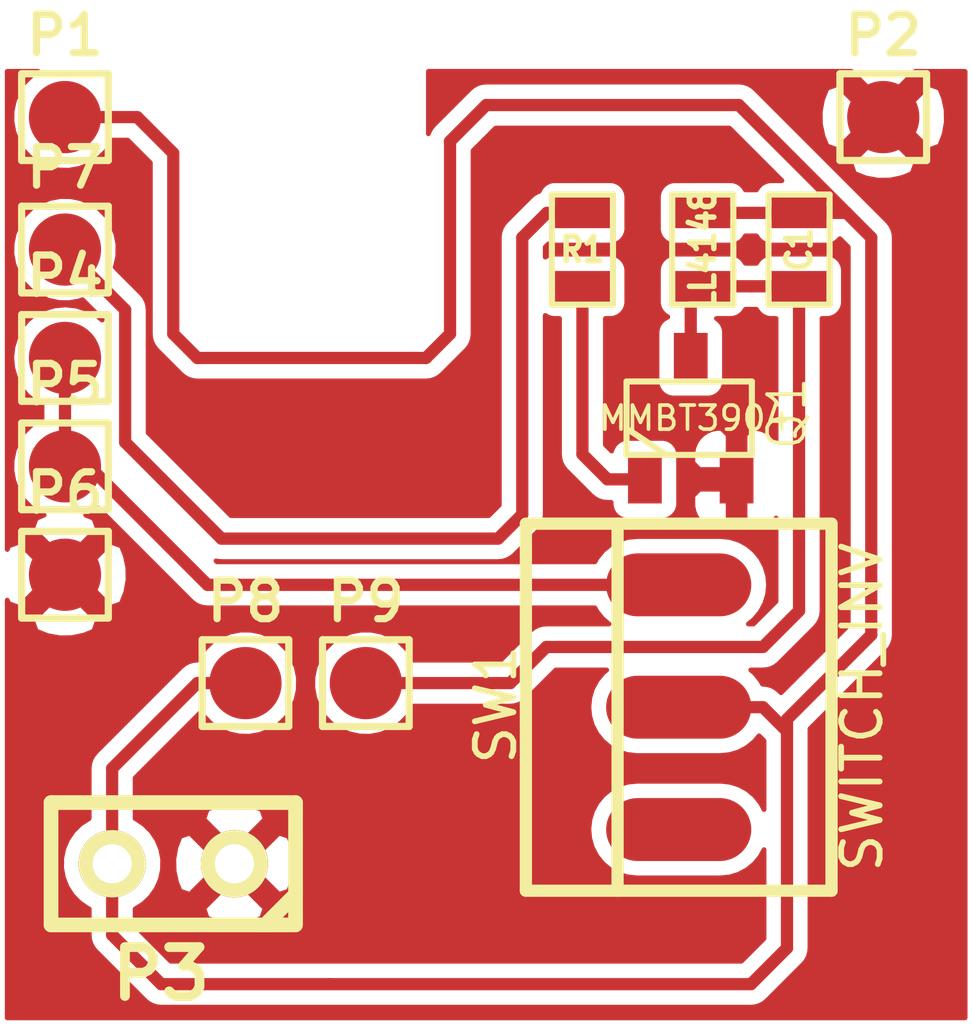
<source format=kicad_pcb>
(kicad_pcb (version 3) (host pcbnew "(22-Jun-2014 BZR 4027)-stable")

  (general
    (links 15)
    (no_connects 0)
    (area 0 0 0 0)
    (thickness 1.6)
    (drawings 12)
    (tracks 51)
    (zones 0)
    (modules 14)
    (nets 7)
  )

  (page A4)
  (layers
    (15 F.Cu signal)
    (0 B.Cu signal)
    (16 B.Adhes user)
    (17 F.Adhes user)
    (18 B.Paste user)
    (19 F.Paste user)
    (20 B.SilkS user)
    (21 F.SilkS user)
    (22 B.Mask user)
    (23 F.Mask user)
    (24 Dwgs.User user)
    (25 Cmts.User user)
    (26 Eco1.User user)
    (27 Eco2.User user)
    (28 Edge.Cuts user)
  )

  (setup
    (last_trace_width 0.254)
    (trace_clearance 0.254)
    (zone_clearance 0.3)
    (zone_45_only no)
    (trace_min 0.254)
    (segment_width 0.2)
    (edge_width 0.1)
    (via_size 0.889)
    (via_drill 0.635)
    (via_min_size 0.889)
    (via_min_drill 0.508)
    (uvia_size 0.508)
    (uvia_drill 0.127)
    (uvias_allowed no)
    (uvia_min_size 0.508)
    (uvia_min_drill 0.127)
    (pcb_text_width 0.3)
    (pcb_text_size 1.5 1.5)
    (mod_edge_width 0.15)
    (mod_text_size 1 1)
    (mod_text_width 0.15)
    (pad_size 1.5 1.5)
    (pad_drill 0)
    (pad_to_mask_clearance 0)
    (aux_axis_origin 0 0)
    (visible_elements FFFF7BBF)
    (pcbplotparams
      (layerselection 3178497)
      (usegerberextensions true)
      (excludeedgelayer true)
      (linewidth 0.150000)
      (plotframeref false)
      (viasonmask false)
      (mode 1)
      (useauxorigin false)
      (hpglpennumber 1)
      (hpglpenspeed 20)
      (hpglpendiameter 15)
      (hpglpenoverlay 2)
      (psnegative false)
      (psa4output false)
      (plotreference true)
      (plotvalue true)
      (plotothertext true)
      (plotinvisibletext false)
      (padsonsilk false)
      (subtractmaskfromsilk false)
      (outputformat 1)
      (mirror false)
      (drillshape 1)
      (scaleselection 1)
      (outputdirectory ""))
  )

  (net 0 "")
  (net 1 GND)
  (net 2 N-000001)
  (net 3 N-000002)
  (net 4 N-000003)
  (net 5 N-000004)
  (net 6 N-000007)

  (net_class Default "This is the default net class."
    (clearance 0.254)
    (trace_width 0.254)
    (via_dia 0.889)
    (via_drill 0.635)
    (uvia_dia 0.508)
    (uvia_drill 0.127)
    (add_net "")
    (add_net GND)
    (add_net N-000001)
    (add_net N-000002)
    (add_net N-000003)
    (add_net N-000004)
    (add_net N-000007)
  )

  (module SOT23_INV (layer F.Cu) (tedit 4ECF7A14) (tstamp 585AB61D)
    (at 152.25 99.5)
    (descr "SOT_23  PADS 1-2 inverted")
    (tags SOT23)
    (path /585AAFAE)
    (attr smd)
    (fp_text reference Q1 (at 1.99898 -0.09906 90) (layer F.SilkS)
      (effects (font (size 0.762 0.762) (thickness 0.0762)))
    )
    (fp_text value MMBT3904 (at 0.0635 0) (layer F.SilkS)
      (effects (font (size 0.50038 0.50038) (thickness 0.0762)))
    )
    (fp_line (start -0.508 0.762) (end -1.27 0.254) (layer F.SilkS) (width 0.127))
    (fp_line (start 1.27 0.762) (end -1.3335 0.762) (layer F.SilkS) (width 0.127))
    (fp_line (start -1.3335 0.762) (end -1.3335 -0.762) (layer F.SilkS) (width 0.127))
    (fp_line (start -1.3335 -0.762) (end 1.27 -0.762) (layer F.SilkS) (width 0.127))
    (fp_line (start 1.27 -0.762) (end 1.27 0.762) (layer F.SilkS) (width 0.127))
    (pad 3 smd rect (at 0 -1.27) (size 0.70104 1.00076)
      (layers F.Cu F.Paste F.Mask)
      (net 5 N-000004)
    )
    (pad 1 smd rect (at 0.9525 1.27) (size 0.70104 1.00076)
      (layers F.Cu F.Paste F.Mask)
      (net 1 GND)
    )
    (pad 2 smd rect (at -0.9525 1.27) (size 0.70104 1.00076)
      (layers F.Cu F.Paste F.Mask)
      (net 3 N-000002)
    )
    (model smd/SOT23_6.wrl
      (at (xyz 0 0 0))
      (scale (xyz 0.11 0.11 0.11))
      (rotate (xyz 0 0 -180))
    )
  )

  (module SM0603 (layer F.Cu) (tedit 4E43A3D1) (tstamp 585AB627)
    (at 152.5 96 90)
    (path /585AAFBD)
    (attr smd)
    (fp_text reference LL4148 (at 0 0 90) (layer F.SilkS)
      (effects (font (size 0.508 0.4572) (thickness 0.1143)))
    )
    (fp_text value DIODE (at 0 0 90) (layer F.SilkS) hide
      (effects (font (size 0.508 0.4572) (thickness 0.1143)))
    )
    (fp_line (start -1.143 -0.635) (end 1.143 -0.635) (layer F.SilkS) (width 0.127))
    (fp_line (start 1.143 -0.635) (end 1.143 0.635) (layer F.SilkS) (width 0.127))
    (fp_line (start 1.143 0.635) (end -1.143 0.635) (layer F.SilkS) (width 0.127))
    (fp_line (start -1.143 0.635) (end -1.143 -0.635) (layer F.SilkS) (width 0.127))
    (pad 1 smd rect (at -0.762 0 90) (size 0.635 1.143)
      (layers F.Cu F.Paste F.Mask)
      (net 5 N-000004)
    )
    (pad 2 smd rect (at 0.762 0 90) (size 0.635 1.143)
      (layers F.Cu F.Paste F.Mask)
      (net 2 N-000001)
    )
    (model smd\resistors\R0603.wrl
      (at (xyz 0 0 0.001))
      (scale (xyz 0.5 0.5 0.5))
      (rotate (xyz 0 0 0))
    )
  )

  (module SM0603 (layer F.Cu) (tedit 4E43A3D1) (tstamp 585AB631)
    (at 154.5 96 270)
    (path /585AB01E)
    (attr smd)
    (fp_text reference C1 (at 0 0 270) (layer F.SilkS)
      (effects (font (size 0.508 0.4572) (thickness 0.1143)))
    )
    (fp_text value 100n (at 0 0 270) (layer F.SilkS) hide
      (effects (font (size 0.508 0.4572) (thickness 0.1143)))
    )
    (fp_line (start -1.143 -0.635) (end 1.143 -0.635) (layer F.SilkS) (width 0.127))
    (fp_line (start 1.143 -0.635) (end 1.143 0.635) (layer F.SilkS) (width 0.127))
    (fp_line (start 1.143 0.635) (end -1.143 0.635) (layer F.SilkS) (width 0.127))
    (fp_line (start -1.143 0.635) (end -1.143 -0.635) (layer F.SilkS) (width 0.127))
    (pad 1 smd rect (at -0.762 0 270) (size 0.635 1.143)
      (layers F.Cu F.Paste F.Mask)
      (net 2 N-000001)
    )
    (pad 2 smd rect (at 0.762 0 270) (size 0.635 1.143)
      (layers F.Cu F.Paste F.Mask)
      (net 5 N-000004)
    )
    (model smd\resistors\R0603.wrl
      (at (xyz 0 0 0.001))
      (scale (xyz 0.5 0.5 0.5))
      (rotate (xyz 0 0 0))
    )
  )

  (module SM0603 (layer F.Cu) (tedit 585AC069) (tstamp 585AB63B)
    (at 150 96 270)
    (path /585AB02D)
    (attr smd)
    (fp_text reference R1 (at 0 0 360) (layer F.SilkS)
      (effects (font (size 0.508 0.4572) (thickness 0.1143)))
    )
    (fp_text value 1K (at 0 0 270) (layer F.SilkS) hide
      (effects (font (size 0.508 0.4572) (thickness 0.1143)))
    )
    (fp_line (start -1.143 -0.635) (end 1.143 -0.635) (layer F.SilkS) (width 0.127))
    (fp_line (start 1.143 -0.635) (end 1.143 0.635) (layer F.SilkS) (width 0.127))
    (fp_line (start 1.143 0.635) (end -1.143 0.635) (layer F.SilkS) (width 0.127))
    (fp_line (start -1.143 0.635) (end -1.143 -0.635) (layer F.SilkS) (width 0.127))
    (pad 1 smd rect (at -0.762 0 270) (size 0.635 1.143)
      (layers F.Cu F.Paste F.Mask)
      (net 4 N-000003)
    )
    (pad 2 smd rect (at 0.762 0 270) (size 0.635 1.143)
      (layers F.Cu F.Paste F.Mask)
      (net 3 N-000002)
    )
    (model smd\resistors\R0603.wrl
      (at (xyz 0 0 0.001))
      (scale (xyz 0.5 0.5 0.5))
      (rotate (xyz 0 0 0))
    )
  )

  (module SIL-1 (layer F.Cu) (tedit 585AB678) (tstamp 585AB644)
    (at 139.25 100.5)
    (descr "Connecteurs 1 pin")
    (tags "CONN DEV")
    (path /585AB133)
    (fp_text reference P5 (at 0 -1.7) (layer F.SilkS)
      (effects (font (size 0.8 0.8) (thickness 0.15)))
    )
    (fp_text value CONN_1 (at 0.1 -1.7) (layer F.SilkS) hide
      (effects (font (size 0.8 0.8) (thickness 0.15)))
    )
    (fp_line (start -0.9 -0.9) (end 0.9 -0.9) (layer F.SilkS) (width 0.15))
    (fp_line (start 0.9 -0.9) (end 0.9 0.9) (layer F.SilkS) (width 0.15))
    (fp_line (start 0.9 0.9) (end -0.9 0.9) (layer F.SilkS) (width 0.15))
    (fp_line (start -0.9 0.9) (end -0.9 -0.9) (layer F.SilkS) (width 0.15))
    (pad 1 smd circle (at 0 0) (size 1.5 1.5)
      (layers F.Cu F.Paste F.Mask)
      (net 6 N-000007)
    )
  )

  (module SIL-1 (layer F.Cu) (tedit 585AB681) (tstamp 585AB64D)
    (at 145.5 105)
    (descr "Connecteurs 1 pin")
    (tags "CONN DEV")
    (path /585AB140)
    (fp_text reference P9 (at 0 -1.7) (layer F.SilkS)
      (effects (font (size 0.8 0.8) (thickness 0.15)))
    )
    (fp_text value CONN_1 (at 0.1 -1.7) (layer F.SilkS) hide
      (effects (font (size 0.8 0.8) (thickness 0.15)))
    )
    (fp_line (start -0.9 -0.9) (end 0.9 -0.9) (layer F.SilkS) (width 0.15))
    (fp_line (start 0.9 -0.9) (end 0.9 0.9) (layer F.SilkS) (width 0.15))
    (fp_line (start 0.9 0.9) (end -0.9 0.9) (layer F.SilkS) (width 0.15))
    (fp_line (start -0.9 0.9) (end -0.9 -0.9) (layer F.SilkS) (width 0.15))
    (pad 1 smd circle (at 0 0) (size 1.5 1.5)
      (layers F.Cu F.Paste F.Mask)
      (net 5 N-000004)
    )
  )

  (module SIL-1 (layer F.Cu) (tedit 585AB68A) (tstamp 585AB656)
    (at 143 105)
    (descr "Connecteurs 1 pin")
    (tags "CONN DEV")
    (path /585AB146)
    (fp_text reference P8 (at 0 -1.7) (layer F.SilkS)
      (effects (font (size 0.8 0.8) (thickness 0.15)))
    )
    (fp_text value CONN_1 (at 0.1 -1.7) (layer F.SilkS) hide
      (effects (font (size 0.8 0.8) (thickness 0.15)))
    )
    (fp_line (start -0.9 -0.9) (end 0.9 -0.9) (layer F.SilkS) (width 0.15))
    (fp_line (start 0.9 -0.9) (end 0.9 0.9) (layer F.SilkS) (width 0.15))
    (fp_line (start 0.9 0.9) (end -0.9 0.9) (layer F.SilkS) (width 0.15))
    (fp_line (start -0.9 0.9) (end -0.9 -0.9) (layer F.SilkS) (width 0.15))
    (pad 1 smd circle (at 0 0) (size 1.5 1.5)
      (layers F.Cu F.Paste F.Mask)
      (net 2 N-000001)
    )
  )

  (module SIL-1 (layer F.Cu) (tedit 585AB690) (tstamp 585AB65F)
    (at 139.25 102.75)
    (descr "Connecteurs 1 pin")
    (tags "CONN DEV")
    (path /585AB170)
    (fp_text reference P6 (at 0 -1.7) (layer F.SilkS)
      (effects (font (size 0.8 0.8) (thickness 0.15)))
    )
    (fp_text value CONN_1 (at 0.1 -1.7) (layer F.SilkS) hide
      (effects (font (size 0.8 0.8) (thickness 0.15)))
    )
    (fp_line (start -0.9 -0.9) (end 0.9 -0.9) (layer F.SilkS) (width 0.15))
    (fp_line (start 0.9 -0.9) (end 0.9 0.9) (layer F.SilkS) (width 0.15))
    (fp_line (start 0.9 0.9) (end -0.9 0.9) (layer F.SilkS) (width 0.15))
    (fp_line (start -0.9 0.9) (end -0.9 -0.9) (layer F.SilkS) (width 0.15))
    (pad 1 smd circle (at 0 0) (size 1.5 1.5)
      (layers F.Cu F.Paste F.Mask)
      (net 1 GND)
    )
  )

  (module SIL-1 (layer F.Cu) (tedit 585AB695) (tstamp 585AB668)
    (at 139.25 93.25)
    (descr "Connecteurs 1 pin")
    (tags "CONN DEV")
    (path /585AB176)
    (fp_text reference P1 (at 0 -1.7) (layer F.SilkS)
      (effects (font (size 0.8 0.8) (thickness 0.15)))
    )
    (fp_text value CONN_1 (at 0.1 -1.7) (layer F.SilkS) hide
      (effects (font (size 0.8 0.8) (thickness 0.15)))
    )
    (fp_line (start -0.9 -0.9) (end 0.9 -0.9) (layer F.SilkS) (width 0.15))
    (fp_line (start 0.9 -0.9) (end 0.9 0.9) (layer F.SilkS) (width 0.15))
    (fp_line (start 0.9 0.9) (end -0.9 0.9) (layer F.SilkS) (width 0.15))
    (fp_line (start -0.9 0.9) (end -0.9 -0.9) (layer F.SilkS) (width 0.15))
    (pad 1 smd circle (at 0 0) (size 1.5 1.5)
      (layers F.Cu F.Paste F.Mask)
      (net 2 N-000001)
    )
  )

  (module SIL-1 (layer F.Cu) (tedit 585AB69B) (tstamp 585AB671)
    (at 156.25 93.25)
    (descr "Connecteurs 1 pin")
    (tags "CONN DEV")
    (path /585AB17C)
    (fp_text reference P2 (at 0 -1.7) (layer F.SilkS)
      (effects (font (size 0.8 0.8) (thickness 0.15)))
    )
    (fp_text value CONN_1 (at 0.1 -1.7) (layer F.SilkS) hide
      (effects (font (size 0.8 0.8) (thickness 0.15)))
    )
    (fp_line (start -0.9 -0.9) (end 0.9 -0.9) (layer F.SilkS) (width 0.15))
    (fp_line (start 0.9 -0.9) (end 0.9 0.9) (layer F.SilkS) (width 0.15))
    (fp_line (start 0.9 0.9) (end -0.9 0.9) (layer F.SilkS) (width 0.15))
    (fp_line (start -0.9 0.9) (end -0.9 -0.9) (layer F.SilkS) (width 0.15))
    (pad 1 smd circle (at 0 0) (size 1.5 1.5)
      (layers F.Cu F.Paste F.Mask)
      (net 1 GND)
    )
  )

  (module SIL-1 (layer F.Cu) (tedit 585AB6A0) (tstamp 585AB67A)
    (at 139.25 96)
    (descr "Connecteurs 1 pin")
    (tags "CONN DEV")
    (path /585AB182)
    (fp_text reference P7 (at 0 -1.7) (layer F.SilkS)
      (effects (font (size 0.8 0.8) (thickness 0.15)))
    )
    (fp_text value CONN_1 (at 0.1 -1.7) (layer F.SilkS) hide
      (effects (font (size 0.8 0.8) (thickness 0.15)))
    )
    (fp_line (start -0.9 -0.9) (end 0.9 -0.9) (layer F.SilkS) (width 0.15))
    (fp_line (start 0.9 -0.9) (end 0.9 0.9) (layer F.SilkS) (width 0.15))
    (fp_line (start 0.9 0.9) (end -0.9 0.9) (layer F.SilkS) (width 0.15))
    (fp_line (start -0.9 0.9) (end -0.9 -0.9) (layer F.SilkS) (width 0.15))
    (pad 1 smd circle (at 0 0) (size 1.5 1.5)
      (layers F.Cu F.Paste F.Mask)
      (net 4 N-000003)
    )
  )

  (module PINHEAD1-3 (layer F.Cu) (tedit 585AD3B6) (tstamp 585AD3AF)
    (at 152 105.5 90)
    (path /585AB7DC)
    (attr virtual)
    (fp_text reference SW1 (at 0.05 -3.8 90) (layer F.SilkS)
      (effects (font (size 0.8 0.8) (thickness 0.12)))
    )
    (fp_text value SWITCH_INV (at 0 3.81 90) (layer F.SilkS)
      (effects (font (size 0.8 0.8) (thickness 0.12)))
    )
    (fp_line (start -3.81 -3.175) (end -3.81 3.175) (layer F.SilkS) (width 0.254))
    (fp_line (start 3.81 -3.175) (end 3.81 3.175) (layer F.SilkS) (width 0.254))
    (fp_line (start 3.81 -1.27) (end -3.81 -1.27) (layer F.SilkS) (width 0.254))
    (fp_line (start -3.81 -3.175) (end 3.81 -3.175) (layer F.SilkS) (width 0.254))
    (fp_line (start 3.81 3.175) (end -3.81 3.175) (layer F.SilkS) (width 0.254))
    (pad 1 smd oval (at -2.54 0 90) (size 1.30622 3.01498)
      (layers F.Cu F.Paste F.Mask)
    )
    (pad 2 smd oval (at 0 0 90) (size 1.30622 3.01498)
      (layers F.Cu F.Paste F.Mask)
      (net 2 N-000001)
    )
    (pad 3 smd oval (at 2.54 0 90) (size 1.30622 3.01498)
      (layers F.Cu F.Paste F.Mask)
      (net 6 N-000007)
    )
  )

  (module C1 (layer F.Cu) (tedit 586209F4) (tstamp 585AB68C)
    (at 141.5 108.75 180)
    (descr "Condensateur e = 1 pas")
    (tags C)
    (path /586206F4)
    (fp_text reference P3 (at 0.254 -2.286 180) (layer F.SilkS)
      (effects (font (size 1.016 1.016) (thickness 0.2032)))
    )
    (fp_text value chrgr (at 0 -2.286 180) (layer F.SilkS) hide
      (effects (font (size 1.016 1.016) (thickness 0.2032)))
    )
    (fp_line (start -2.4892 -1.27) (end 2.54 -1.27) (layer F.SilkS) (width 0.3048))
    (fp_line (start 2.54 -1.27) (end 2.54 1.27) (layer F.SilkS) (width 0.3048))
    (fp_line (start 2.54 1.27) (end -2.54 1.27) (layer F.SilkS) (width 0.3048))
    (fp_line (start -2.54 1.27) (end -2.54 -1.27) (layer F.SilkS) (width 0.3048))
    (fp_line (start -2.54 -0.635) (end -1.905 -1.27) (layer F.SilkS) (width 0.3048))
    (pad 1 thru_hole circle (at -1.27 0 180) (size 1.397 1.397) (drill 0.8128)
      (layers *.Mask F.Cu F.SilkS)
      (net 1 GND)
    )
    (pad 2 thru_hole circle (at 1.27 0 180) (size 1.397 1.397) (drill 0.8128)
      (layers *.Mask F.Cu F.SilkS)
      (net 2 N-000001)
    )
    (model discret/capa_1_pas.wrl
      (at (xyz 0 0 0))
      (scale (xyz 1 1 1))
      (rotate (xyz 0 0 0))
    )
  )

  (module SIL-1 (layer F.Cu) (tedit 58626307) (tstamp 586262D5)
    (at 139.25 98.25)
    (descr "Connecteurs 1 pin")
    (tags "CONN DEV")
    (path /5862623F)
    (fp_text reference P4 (at 0 -1.7) (layer F.SilkS)
      (effects (font (size 0.8 0.8) (thickness 0.15)))
    )
    (fp_text value CONN_1 (at 0.1 -1.7) (layer F.SilkS) hide
      (effects (font (size 0.8 0.8) (thickness 0.15)))
    )
    (fp_line (start -0.9 -0.9) (end 0.9 -0.9) (layer F.SilkS) (width 0.15))
    (fp_line (start 0.9 -0.9) (end 0.9 0.9) (layer F.SilkS) (width 0.15))
    (fp_line (start 0.9 0.9) (end -0.9 0.9) (layer F.SilkS) (width 0.15))
    (fp_line (start -0.9 0.9) (end -0.9 -0.9) (layer F.SilkS) (width 0.15))
    (pad 1 smd oval (at 0 0) (size 1.5 1.5)
      (layers F.Cu F.Paste F.Mask)
      (net 6 N-000007)
    )
  )

  (gr_line (start 146.5 92.5) (end 146.5 92) (angle 90) (layer Dwgs.User) (width 0.2))
  (gr_line (start 142 92.5) (end 142 92) (angle 90) (layer Dwgs.User) (width 0.2))
  (gr_line (start 158 92) (end 146.5 92) (angle 90) (layer Dwgs.User) (width 0.2))
  (gr_line (start 158 112) (end 158 92) (angle 90) (layer Dwgs.User) (width 0.2))
  (gr_line (start 138 112) (end 158 112) (angle 90) (layer Dwgs.User) (width 0.2))
  (gr_line (start 138 92) (end 138 112) (angle 90) (layer Dwgs.User) (width 0.2))
  (gr_line (start 142 92) (end 138 92) (angle 90) (layer Dwgs.User) (width 0.2))
  (gr_line (start 146.5 104.25) (end 146.5 92.5) (angle 90) (layer Dwgs.User) (width 0.2))
  (gr_line (start 142 104.25) (end 142 92.5) (angle 90) (layer Dwgs.User) (width 0.2))
  (gr_line (start 146.5 97.25) (end 142 97.25) (angle 90) (layer Dwgs.User) (width 0.2))
  (gr_line (start 146.5 104.25) (end 142 104.25) (angle 90) (layer Dwgs.User) (width 0.2))
  (gr_line (start 142 92) (end 146.5 92) (angle 90) (layer Dwgs.User) (width 0.2))

  (segment (start 139.25 93.25) (end 140.75 93.25) (width 0.254) (layer F.Cu) (net 2))
  (segment (start 153.25 93) (end 155.488 95.238) (width 0.254) (layer F.Cu) (net 2) (tstamp 58626A2D))
  (segment (start 148 93) (end 153.25 93) (width 0.254) (layer F.Cu) (net 2) (tstamp 58626A2A))
  (segment (start 147.25 93.75) (end 148 93) (width 0.254) (layer F.Cu) (net 2) (tstamp 58626A28))
  (segment (start 147.25 97.75) (end 147.25 93.75) (width 0.254) (layer F.Cu) (net 2) (tstamp 58626A26))
  (segment (start 146.75 98.25) (end 147.25 97.75) (width 0.254) (layer F.Cu) (net 2) (tstamp 58626A23))
  (segment (start 142 98.25) (end 146.75 98.25) (width 0.254) (layer F.Cu) (net 2) (tstamp 58626A22))
  (segment (start 141.5 97.75) (end 142 98.25) (width 0.254) (layer F.Cu) (net 2) (tstamp 58626A21))
  (segment (start 141.5 94) (end 141.5 97.75) (width 0.254) (layer F.Cu) (net 2) (tstamp 58626A1D))
  (segment (start 140.75 93.25) (end 141.5 94) (width 0.254) (layer F.Cu) (net 2) (tstamp 58626A1B))
  (segment (start 140.23 108.75) (end 140.23 106.77) (width 0.254) (layer F.Cu) (net 2))
  (segment (start 142 105) (end 143 105) (width 0.254) (layer F.Cu) (net 2) (tstamp 586267CF))
  (segment (start 140.23 106.77) (end 142 105) (width 0.254) (layer F.Cu) (net 2) (tstamp 586267CC))
  (segment (start 154.25 106) (end 154.25 105.75) (width 0.254) (layer F.Cu) (net 2))
  (segment (start 155.488 95.238) (end 154.5 95.238) (width 0.254) (layer F.Cu) (net 2) (tstamp 5862677C))
  (segment (start 156 95.75) (end 155.488 95.238) (width 0.254) (layer F.Cu) (net 2) (tstamp 5862677B))
  (segment (start 156 104) (end 156 95.75) (width 0.254) (layer F.Cu) (net 2) (tstamp 58626778))
  (segment (start 154.25 105.75) (end 156 104) (width 0.254) (layer F.Cu) (net 2) (tstamp 5862676A))
  (segment (start 144.75 111.25) (end 153.5 111.25) (width 0.254) (layer F.Cu) (net 2))
  (segment (start 153.75 105.5) (end 152 105.5) (width 0.254) (layer F.Cu) (net 2) (tstamp 58626767))
  (segment (start 154.25 106) (end 153.75 105.5) (width 0.254) (layer F.Cu) (net 2) (tstamp 58626764))
  (segment (start 154.25 110.5) (end 154.25 106) (width 0.254) (layer F.Cu) (net 2) (tstamp 58626762))
  (segment (start 153.5 111.25) (end 154.25 110.5) (width 0.254) (layer F.Cu) (net 2) (tstamp 58626759))
  (segment (start 140.23 108.75) (end 140.23 110.23) (width 0.254) (layer F.Cu) (net 2))
  (segment (start 141.25 111.25) (end 144.75 111.25) (width 0.254) (layer F.Cu) (net 2) (tstamp 58626511))
  (segment (start 140.23 110.23) (end 141.25 111.25) (width 0.254) (layer F.Cu) (net 2) (tstamp 58626510))
  (segment (start 154.5 95.238) (end 152.5 95.238) (width 0.254) (layer F.Cu) (net 2))
  (segment (start 151.2975 100.77) (end 150.52 100.77) (width 0.254) (layer F.Cu) (net 3))
  (segment (start 150 100.25) (end 150 96.762) (width 0.254) (layer F.Cu) (net 3) (tstamp 586268F0))
  (segment (start 150.52 100.77) (end 150 100.25) (width 0.254) (layer F.Cu) (net 3) (tstamp 586268EC))
  (segment (start 139.25 96) (end 140.5 97.25) (width 0.254) (layer F.Cu) (net 4))
  (segment (start 149.262 95.238) (end 150 95.238) (width 0.254) (layer F.Cu) (net 4) (tstamp 58626A5B))
  (segment (start 148.75 95.75) (end 149.262 95.238) (width 0.254) (layer F.Cu) (net 4) (tstamp 58626A59))
  (segment (start 148.75 101.5) (end 148.75 95.75) (width 0.254) (layer F.Cu) (net 4) (tstamp 58626A57))
  (segment (start 148.25 102) (end 148.75 101.5) (width 0.254) (layer F.Cu) (net 4) (tstamp 58626A53))
  (segment (start 142.5 102) (end 148.25 102) (width 0.254) (layer F.Cu) (net 4) (tstamp 58626A51))
  (segment (start 140.5 100) (end 142.5 102) (width 0.254) (layer F.Cu) (net 4) (tstamp 58626A4C))
  (segment (start 140.5 97.25) (end 140.5 100) (width 0.254) (layer F.Cu) (net 4) (tstamp 58626A49))
  (segment (start 145.5 105) (end 148.5 105) (width 0.254) (layer F.Cu) (net 5))
  (segment (start 154.5 103.5) (end 154.5 96.762) (width 0.254) (layer F.Cu) (net 5) (tstamp 586268FF))
  (segment (start 153.75 104.25) (end 154.5 103.5) (width 0.254) (layer F.Cu) (net 5) (tstamp 586268FD))
  (segment (start 149.25 104.25) (end 153.75 104.25) (width 0.254) (layer F.Cu) (net 5) (tstamp 586268FC))
  (segment (start 148.5 105) (end 149.25 104.25) (width 0.254) (layer F.Cu) (net 5) (tstamp 586268F7))
  (segment (start 152.25 98.23) (end 152.25 97.012) (width 0.254) (layer F.Cu) (net 5))
  (segment (start 152.25 97.012) (end 152.5 96.762) (width 0.254) (layer F.Cu) (net 5) (tstamp 586268E6))
  (segment (start 154.5 96.762) (end 153.5 96.762) (width 0.254) (layer F.Cu) (net 5))
  (segment (start 153.5 96.762) (end 152.5 96.762) (width 0.254) (layer F.Cu) (net 5) (tstamp 58626531))
  (segment (start 139.25 100.5) (end 139.75 100.5) (width 0.254) (layer F.Cu) (net 6))
  (segment (start 142.21 102.96) (end 152 102.96) (width 0.254) (layer F.Cu) (net 6) (tstamp 586269C8))
  (segment (start 139.75 100.5) (end 142.21 102.96) (width 0.254) (layer F.Cu) (net 6) (tstamp 586269C4))
  (segment (start 139.25 100.5) (end 139.25 98.25) (width 0.254) (layer F.Cu) (net 6))

  (zone (net 1) (net_name GND) (layer F.Cu) (tstamp 58626AF2) (hatch edge 0.508)
    (connect_pads (clearance 0.3))
    (min_thickness 0.1)
    (fill (arc_segments 32) (thermal_gap 0.508) (thermal_bridge_width 0.508) (smoothing fillet))
    (polygon
      (pts
        (xy 138 92.25) (xy 141.75 92.25) (xy 141.75 97.5) (xy 146.75 97.5) (xy 146.75 92.25)
        (xy 158 92.25) (xy 158 112) (xy 138 112)
      )
    )
    (filled_polygon
      (pts
        (xy 157.95 111.95) (xy 157.559963 111.95) (xy 157.559963 93.357028) (xy 157.555803 93.10055) (xy 157.501906 92.849765)
        (xy 157.420335 92.65186) (xy 157.212358 92.576141) (xy 156.5385 93.25) (xy 157.212358 93.923859) (xy 157.420335 93.84814)
        (xy 157.514226 93.609429) (xy 157.559963 93.357028) (xy 157.559963 111.95) (xy 156.923859 111.95) (xy 156.923859 94.212358)
        (xy 156.25 93.5385) (xy 155.9615 93.826999) (xy 155.9615 93.25) (xy 155.287642 92.576141) (xy 155.079665 92.65186)
        (xy 154.985774 92.890571) (xy 154.940037 93.142972) (xy 154.944197 93.39945) (xy 154.998094 93.650235) (xy 155.079665 93.84814)
        (xy 155.287642 93.923859) (xy 155.9615 93.25) (xy 155.9615 93.826999) (xy 155.576141 94.212358) (xy 155.65186 94.420335)
        (xy 155.890571 94.514226) (xy 156.142972 94.559963) (xy 156.39945 94.555803) (xy 156.650235 94.501906) (xy 156.84814 94.420335)
        (xy 156.923859 94.212358) (xy 156.923859 111.95) (xy 138.05 111.95) (xy 138.05 103.276167) (xy 138.079665 103.34814)
        (xy 138.287642 103.423859) (xy 138.9615 102.75) (xy 138.287642 102.076141) (xy 138.079665 102.15186) (xy 138.05 102.227281)
        (xy 138.05 92.3) (xy 138.692767 92.3) (xy 138.557401 92.388581) (xy 138.403274 92.539513) (xy 138.281399 92.717507)
        (xy 138.196417 92.915784) (xy 138.151566 93.126791) (xy 138.148555 93.342491) (xy 138.187496 93.554668) (xy 138.266909 93.75524)
        (xy 138.383766 93.936568) (xy 138.533619 94.091745) (xy 138.710758 94.21486) (xy 138.908437 94.301224) (xy 139.119125 94.347547)
        (xy 139.334799 94.352064) (xy 139.547243 94.314605) (xy 139.748365 94.236595) (xy 139.930504 94.121006) (xy 140.086723 93.97224)
        (xy 140.211072 93.795965) (xy 140.241777 93.727) (xy 140.55242 93.727) (xy 141.023 94.19758) (xy 141.023 97.75)
        (xy 141.027305 97.793914) (xy 141.03114 97.837745) (xy 141.031838 97.84015) (xy 141.032084 97.84265) (xy 141.044817 97.884822)
        (xy 141.057112 97.927143) (xy 141.058268 97.929373) (xy 141.058992 97.931771) (xy 141.079662 97.970646) (xy 141.099954 98.009792)
        (xy 141.101518 98.011752) (xy 141.102697 98.013968) (xy 141.130532 98.048098) (xy 141.158033 98.082548) (xy 141.161476 98.086039)
        (xy 141.161535 98.086111) (xy 141.161601 98.086165) (xy 141.16271 98.08729) (xy 141.66271 98.587289) (xy 141.696769 98.615266)
        (xy 141.730511 98.643579) (xy 141.732707 98.644786) (xy 141.734646 98.646379) (xy 141.773467 98.667195) (xy 141.81209 98.688428)
        (xy 141.814483 98.689187) (xy 141.816691 98.690371) (xy 141.85881 98.703248) (xy 141.900826 98.716576) (xy 141.903317 98.716855)
        (xy 141.905717 98.717589) (xy 141.949526 98.722039) (xy 141.99334 98.726954) (xy 141.998245 98.726987) (xy 141.998335 98.726997)
        (xy 141.998418 98.726989) (xy 142 98.727) (xy 146.75 98.727) (xy 146.793914 98.722694) (xy 146.837745 98.71886)
        (xy 146.84015 98.718161) (xy 146.84265 98.717916) (xy 146.884822 98.705182) (xy 146.927143 98.692888) (xy 146.929373 98.691731)
        (xy 146.931771 98.691008) (xy 146.970646 98.670337) (xy 147.009792 98.650046) (xy 147.011752 98.648481) (xy 147.013968 98.647303)
        (xy 147.048098 98.619467) (xy 147.082548 98.591967) (xy 147.086039 98.588523) (xy 147.086111 98.588465) (xy 147.086165 98.588398)
        (xy 147.08729 98.58729) (xy 147.587289 98.08729) (xy 147.615266 98.05323) (xy 147.643579 98.019489) (xy 147.644786 98.017292)
        (xy 147.646379 98.015354) (xy 147.667195 97.976532) (xy 147.688428 97.93791) (xy 147.689187 97.935516) (xy 147.690371 97.933309)
        (xy 147.703248 97.891189) (xy 147.716576 97.849174) (xy 147.716855 97.846682) (xy 147.717589 97.844283) (xy 147.722039 97.800473)
        (xy 147.726954 97.75666) (xy 147.726987 97.751754) (xy 147.726997 97.751665) (xy 147.726989 97.751581) (xy 147.727 97.75)
        (xy 147.727 93.94758) (xy 148.19758 93.477) (xy 153.05242 93.477) (xy 154.145854 94.570434) (xy 153.894181 94.570485)
        (xy 153.82685 94.583817) (xy 153.76339 94.609973) (xy 153.70622 94.647957) (xy 153.657516 94.696322) (xy 153.619133 94.753226)
        (xy 153.615865 94.761) (xy 153.384339 94.761) (xy 153.382027 94.75539) (xy 153.344043 94.69822) (xy 153.295678 94.649516)
        (xy 153.238774 94.611133) (xy 153.175499 94.584535) (xy 153.108262 94.570733) (xy 153.039625 94.570254) (xy 151.894181 94.570485)
        (xy 151.82685 94.583817) (xy 151.76339 94.609973) (xy 151.70622 94.647957) (xy 151.657516 94.696322) (xy 151.619133 94.753226)
        (xy 151.592535 94.816501) (xy 151.578733 94.883738) (xy 151.578254 94.952375) (xy 151.578485 95.589819) (xy 151.591817 95.65715)
        (xy 151.617973 95.72061) (xy 151.655957 95.77778) (xy 151.704322 95.826484) (xy 151.761226 95.864867) (xy 151.824501 95.891465)
        (xy 151.891738 95.905267) (xy 151.960375 95.905746) (xy 153.105819 95.905515) (xy 153.17315 95.892183) (xy 153.23661 95.866027)
        (xy 153.29378 95.828043) (xy 153.342484 95.779678) (xy 153.380867 95.722774) (xy 153.384134 95.715) (xy 153.61566 95.715)
        (xy 153.617973 95.72061) (xy 153.655957 95.77778) (xy 153.704322 95.826484) (xy 153.761226 95.864867) (xy 153.824501 95.891465)
        (xy 153.891738 95.905267) (xy 153.960375 95.905746) (xy 155.105819 95.905515) (xy 155.17315 95.892183) (xy 155.23661 95.866027)
        (xy 155.29378 95.828043) (xy 155.342484 95.779678) (xy 155.347565 95.772145) (xy 155.523 95.94758) (xy 155.523 103.80242)
        (xy 154.125 105.20042) (xy 154.08729 105.16271) (xy 154.053195 105.134704) (xy 154.019489 105.106421) (xy 154.017293 105.105214)
        (xy 154.015353 105.10362) (xy 153.976532 105.082805) (xy 153.93791 105.061572) (xy 153.935514 105.060812) (xy 153.933308 105.059629)
        (xy 153.891216 105.04676) (xy 153.849174 105.033424) (xy 153.84668 105.033144) (xy 153.844282 105.032411) (xy 153.800478 105.027961)
        (xy 153.75666 105.023046) (xy 153.751754 105.023012) (xy 153.751665 105.023003) (xy 153.751581 105.02301) (xy 153.75 105.023)
        (xy 153.740513 105.023) (xy 153.702734 104.950734) (xy 153.580062 104.798161) (xy 153.495255 104.727) (xy 153.75 104.727)
        (xy 153.793914 104.722694) (xy 153.837745 104.71886) (xy 153.84015 104.718161) (xy 153.84265 104.717916) (xy 153.884822 104.705182)
        (xy 153.927143 104.692888) (xy 153.929373 104.691731) (xy 153.931771 104.691008) (xy 153.970646 104.670337) (xy 154.009792 104.650046)
        (xy 154.011752 104.648481) (xy 154.013968 104.647303) (xy 154.048098 104.619467) (xy 154.082548 104.591967) (xy 154.086039 104.588523)
        (xy 154.086111 104.588465) (xy 154.086165 104.588398) (xy 154.08729 104.58729) (xy 154.83729 103.83729) (xy 154.865295 103.803195)
        (xy 154.893579 103.769489) (xy 154.894785 103.767293) (xy 154.89638 103.765353) (xy 154.917194 103.726532) (xy 154.938428 103.68791)
        (xy 154.939187 103.685514) (xy 154.940371 103.683308) (xy 154.953239 103.641216) (xy 154.966576 103.599174) (xy 154.966855 103.59668)
        (xy 154.967589 103.594282) (xy 154.972038 103.550478) (xy 154.976954 103.50666) (xy 154.976987 103.501754) (xy 154.976997 103.501665)
        (xy 154.976989 103.501581) (xy 154.977 103.5) (xy 154.977 97.42954) (xy 155.105819 97.429515) (xy 155.17315 97.416183)
        (xy 155.23661 97.390027) (xy 155.29378 97.352043) (xy 155.342484 97.303678) (xy 155.380867 97.246774) (xy 155.407465 97.183499)
        (xy 155.421267 97.116262) (xy 155.421746 97.047625) (xy 155.421515 96.410181) (xy 155.408183 96.34285) (xy 155.382027 96.27939)
        (xy 155.344043 96.22222) (xy 155.295678 96.173516) (xy 155.238774 96.135133) (xy 155.175499 96.108535) (xy 155.108262 96.094733)
        (xy 155.039625 96.094254) (xy 153.894181 96.094485) (xy 153.82685 96.107817) (xy 153.76339 96.133973) (xy 153.70622 96.171957)
        (xy 153.657516 96.220322) (xy 153.619133 96.277226) (xy 153.615865 96.285) (xy 153.5 96.285) (xy 153.384339 96.285)
        (xy 153.382027 96.27939) (xy 153.344043 96.22222) (xy 153.295678 96.173516) (xy 153.238774 96.135133) (xy 153.175499 96.108535)
        (xy 153.108262 96.094733) (xy 153.039625 96.094254) (xy 151.894181 96.094485) (xy 151.82685 96.107817) (xy 151.76339 96.133973)
        (xy 151.70622 96.171957) (xy 151.657516 96.220322) (xy 151.619133 96.277226) (xy 151.592535 96.340501) (xy 151.578733 96.407738)
        (xy 151.578254 96.476375) (xy 151.578485 97.113819) (xy 151.591817 97.18115) (xy 151.617973 97.24461) (xy 151.655957 97.30178)
        (xy 151.704322 97.350484) (xy 151.761226 97.388867) (xy 151.773 97.393816) (xy 151.773 97.403171) (xy 151.73437 97.419093)
        (xy 151.6772 97.457077) (xy 151.628496 97.505442) (xy 151.590113 97.562346) (xy 151.563515 97.625621) (xy 151.549713 97.692858)
        (xy 151.549234 97.761495) (xy 151.549465 98.764699) (xy 151.562797 98.83203) (xy 151.588953 98.89549) (xy 151.626937 98.95266)
        (xy 151.675302 99.001364) (xy 151.732206 99.039747) (xy 151.795481 99.066345) (xy 151.862718 99.080147) (xy 151.931355 99.080626)
        (xy 152.634839 99.080395) (xy 152.70217 99.067063) (xy 152.76563 99.040907) (xy 152.8228 99.002923) (xy 152.871504 98.954558)
        (xy 152.909887 98.897654) (xy 152.936485 98.834379) (xy 152.950287 98.767142) (xy 152.950766 98.698505) (xy 152.950535 97.695301)
        (xy 152.937203 97.62797) (xy 152.911047 97.56451) (xy 152.873063 97.50734) (xy 152.824698 97.458636) (xy 152.781622 97.42958)
        (xy 153.105819 97.429515) (xy 153.17315 97.416183) (xy 153.23661 97.390027) (xy 153.29378 97.352043) (xy 153.342484 97.303678)
        (xy 153.380867 97.246774) (xy 153.384134 97.239) (xy 153.5 97.239) (xy 153.61566 97.239) (xy 153.617973 97.24461)
        (xy 153.655957 97.30178) (xy 153.704322 97.350484) (xy 153.761226 97.388867) (xy 153.824501 97.415465) (xy 153.891738 97.429267)
        (xy 153.960375 97.429746) (xy 154.023 97.429733) (xy 154.023 99.968486) (xy 153.985046 99.912217) (xy 153.907398 99.83511)
        (xy 153.816253 99.774552) (xy 153.71508 99.732852) (xy 153.607735 99.711597) (xy 153.51726 99.71162) (xy 153.37776 99.85112)
        (xy 153.37776 100.566) (xy 153.4265 100.566) (xy 153.4265 100.974) (xy 153.37776 100.974) (xy 153.37776 101.68888)
        (xy 153.51726 101.82838) (xy 153.607735 101.828403) (xy 153.71508 101.807148) (xy 153.816253 101.765448) (xy 153.907398 101.70489)
        (xy 153.985046 101.627783) (xy 154.023 101.571513) (xy 154.023 103.30242) (xy 153.55242 103.773) (xy 153.446082 103.773)
        (xy 153.570193 103.671778) (xy 153.694983 103.520932) (xy 153.788097 103.348721) (xy 153.845989 103.161703) (xy 153.866453 102.967003)
        (xy 153.848709 102.772036) (xy 153.793434 102.584228) (xy 153.702734 102.410734) (xy 153.580062 102.258161) (xy 153.430091 102.13232)
        (xy 153.258534 102.038006) (xy 153.071925 101.97881) (xy 153.02724 101.973797) (xy 153.02724 101.68888) (xy 153.02724 100.974)
        (xy 153.02724 100.566) (xy 153.02724 99.85112) (xy 152.88774 99.71162) (xy 152.797265 99.711597) (xy 152.68992 99.732852)
        (xy 152.588747 99.774552) (xy 152.497602 99.83511) (xy 152.419954 99.912217) (xy 152.358762 100.002938) (xy 152.316356 100.103817)
        (xy 152.294353 100.211011) (xy 152.293589 100.320438) (xy 152.29398 100.4265) (xy 152.43348 100.566) (xy 153.02724 100.566)
        (xy 153.02724 100.974) (xy 152.43348 100.974) (xy 152.29398 101.1135) (xy 152.293589 101.219562) (xy 152.294353 101.328989)
        (xy 152.316356 101.436183) (xy 152.358762 101.537062) (xy 152.419954 101.627783) (xy 152.497602 101.70489) (xy 152.588747 101.765448)
        (xy 152.68992 101.807148) (xy 152.797265 101.828403) (xy 152.88774 101.82838) (xy 153.02724 101.68888) (xy 153.02724 101.973797)
        (xy 152.877373 101.956988) (xy 152.863367 101.95689) (xy 151.136633 101.95689) (xy 150.941795 101.975994) (xy 150.754377 102.032579)
        (xy 150.58152 102.124488) (xy 150.429807 102.248222) (xy 150.305017 102.399068) (xy 150.259635 102.483) (xy 142.40758 102.483)
        (xy 142.386663 102.462083) (xy 142.400826 102.466576) (xy 142.403319 102.466855) (xy 142.405718 102.467589) (xy 142.449521 102.472038)
        (xy 142.49334 102.476954) (xy 142.498245 102.476987) (xy 142.498335 102.476997) (xy 142.498418 102.476989) (xy 142.5 102.477)
        (xy 148.25 102.477) (xy 148.293914 102.472694) (xy 148.337745 102.46886) (xy 148.34015 102.468161) (xy 148.34265 102.467916)
        (xy 148.384822 102.455182) (xy 148.427143 102.442888) (xy 148.429373 102.441731) (xy 148.431771 102.441008) (xy 148.470646 102.420337)
        (xy 148.509792 102.400046) (xy 148.511752 102.398481) (xy 148.513968 102.397303) (xy 148.548098 102.369467) (xy 148.582548 102.341967)
        (xy 148.586039 102.338523) (xy 148.586111 102.338465) (xy 148.586165 102.338398) (xy 148.58729 102.33729) (xy 149.087289 101.83729)
        (xy 149.115266 101.80323) (xy 149.143579 101.769489) (xy 149.144786 101.767292) (xy 149.146379 101.765354) (xy 149.167195 101.726532)
        (xy 149.188428 101.68791) (xy 149.189187 101.685516) (xy 149.190371 101.683309) (xy 149.203248 101.641189) (xy 149.216576 101.599174)
        (xy 149.216855 101.596682) (xy 149.217589 101.594283) (xy 149.222039 101.550473) (xy 149.226954 101.50666) (xy 149.226987 101.501754)
        (xy 149.226997 101.501665) (xy 149.226989 101.501581) (xy 149.227 101.5) (xy 149.227 97.36578) (xy 149.261226 97.388867)
        (xy 149.324501 97.415465) (xy 149.391738 97.429267) (xy 149.460375 97.429746) (xy 149.523 97.429733) (xy 149.523 100.25)
        (xy 149.527305 100.293914) (xy 149.53114 100.337745) (xy 149.531838 100.34015) (xy 149.532084 100.34265) (xy 149.544817 100.384822)
        (xy 149.557112 100.427143) (xy 149.558268 100.429373) (xy 149.558992 100.431771) (xy 149.579662 100.470646) (xy 149.599954 100.509792)
        (xy 149.601518 100.511752) (xy 149.602697 100.513968) (xy 149.630532 100.548098) (xy 149.658033 100.582548) (xy 149.661476 100.586039)
        (xy 149.661535 100.586111) (xy 149.661601 100.586165) (xy 149.66271 100.58729) (xy 150.18271 101.10729) (xy 150.216804 101.135295)
        (xy 150.250511 101.163579) (xy 150.252706 101.164785) (xy 150.254647 101.16638) (xy 150.293467 101.187194) (xy 150.33209 101.208428)
        (xy 150.334485 101.209187) (xy 150.336692 101.210371) (xy 150.378783 101.223239) (xy 150.420826 101.236576) (xy 150.423319 101.236855)
        (xy 150.425718 101.237589) (xy 150.469521 101.242038) (xy 150.51334 101.246954) (xy 150.518245 101.246987) (xy 150.518335 101.246997)
        (xy 150.518418 101.246989) (xy 150.52 101.247) (xy 150.596951 101.247) (xy 150.596965 101.304699) (xy 150.610297 101.37203)
        (xy 150.636453 101.43549) (xy 150.674437 101.49266) (xy 150.722802 101.541364) (xy 150.779706 101.579747) (xy 150.842981 101.606345)
        (xy 150.910218 101.620147) (xy 150.978855 101.620626) (xy 151.682339 101.620395) (xy 151.74967 101.607063) (xy 151.81313 101.580907)
        (xy 151.8703 101.542923) (xy 151.919004 101.494558) (xy 151.957387 101.437654) (xy 151.983985 101.374379) (xy 151.997787 101.307142)
        (xy 151.998266 101.238505) (xy 151.998035 100.235301) (xy 151.984703 100.16797) (xy 151.958547 100.10451) (xy 151.920563 100.04734)
        (xy 151.872198 99.998636) (xy 151.815294 99.960253) (xy 151.752019 99.933655) (xy 151.684782 99.919853) (xy 151.616145 99.919374)
        (xy 150.912661 99.919605) (xy 150.84533 99.932937) (xy 150.78187 99.959093) (xy 150.7247 99.997077) (xy 150.675996 100.045442)
        (xy 150.637613 100.102346) (xy 150.611015 100.165621) (xy 150.60747 100.18289) (xy 150.477 100.05242) (xy 150.477 97.42954)
        (xy 150.605819 97.429515) (xy 150.67315 97.416183) (xy 150.73661 97.390027) (xy 150.79378 97.352043) (xy 150.842484 97.303678)
        (xy 150.880867 97.246774) (xy 150.907465 97.183499) (xy 150.921267 97.116262) (xy 150.921746 97.047625) (xy 150.921515 96.410181)
        (xy 150.908183 96.34285) (xy 150.882027 96.27939) (xy 150.844043 96.22222) (xy 150.795678 96.173516) (xy 150.738774 96.135133)
        (xy 150.675499 96.108535) (xy 150.608262 96.094733) (xy 150.539625 96.094254) (xy 149.394181 96.094485) (xy 149.32685 96.107817)
        (xy 149.26339 96.133973) (xy 149.227 96.15815) (xy 149.227 95.94758) (xy 149.295363 95.879216) (xy 149.324501 95.891465)
        (xy 149.391738 95.905267) (xy 149.460375 95.905746) (xy 150.605819 95.905515) (xy 150.67315 95.892183) (xy 150.73661 95.866027)
        (xy 150.79378 95.828043) (xy 150.842484 95.779678) (xy 150.880867 95.722774) (xy 150.907465 95.659499) (xy 150.921267 95.592262)
        (xy 150.921746 95.523625) (xy 150.921515 94.886181) (xy 150.908183 94.81885) (xy 150.882027 94.75539) (xy 150.844043 94.69822)
        (xy 150.795678 94.649516) (xy 150.738774 94.611133) (xy 150.675499 94.584535) (xy 150.608262 94.570733) (xy 150.539625 94.570254)
        (xy 149.394181 94.570485) (xy 149.32685 94.583817) (xy 149.26339 94.609973) (xy 149.20622 94.647957) (xy 149.157516 94.696322)
        (xy 149.119133 94.753226) (xy 149.103844 94.789595) (xy 149.084857 94.795112) (xy 149.082626 94.796268) (xy 149.080229 94.796992)
        (xy 149.041334 94.817672) (xy 149.002207 94.837955) (xy 149.000248 94.839518) (xy 148.998032 94.840697) (xy 148.963865 94.868562)
        (xy 148.929452 94.896034) (xy 148.925961 94.899475) (xy 148.925889 94.899535) (xy 148.925833 94.899602) (xy 148.92471 94.90071)
        (xy 148.41271 95.41271) (xy 148.384704 95.446804) (xy 148.356421 95.480511) (xy 148.355214 95.482706) (xy 148.35362 95.484647)
        (xy 148.332805 95.523467) (xy 148.311572 95.56209) (xy 148.310812 95.564485) (xy 148.309629 95.566692) (xy 148.29676 95.608783)
        (xy 148.283424 95.650826) (xy 148.283144 95.653319) (xy 148.282411 95.655718) (xy 148.277961 95.699521) (xy 148.273046 95.74334)
        (xy 148.273012 95.748245) (xy 148.273003 95.748335) (xy 148.27301 95.748418) (xy 148.273 95.75) (xy 148.273 101.30242)
        (xy 148.05242 101.523) (xy 142.69758 101.523) (xy 140.977 99.80242) (xy 140.977 97.25) (xy 140.97269 97.206043)
        (xy 140.968859 97.162254) (xy 140.968161 97.159852) (xy 140.967916 97.15735) (xy 140.955164 97.115114) (xy 140.942887 97.072856)
        (xy 140.941732 97.070629) (xy 140.941008 97.068229) (xy 140.920318 97.029317) (xy 140.900045 96.990207) (xy 140.898481 96.988248)
        (xy 140.897303 96.986032) (xy 140.869457 96.95189) (xy 140.841966 96.917451) (xy 140.838523 96.91396) (xy 140.838465 96.913889)
        (xy 140.838398 96.913834) (xy 140.837289 96.912709) (xy 140.291007 96.366427) (xy 140.298814 96.348894) (xy 140.346606 96.138534)
        (xy 140.350047 95.892139) (xy 140.308146 95.680527) (xy 140.225941 95.481083) (xy 140.106563 95.301404) (xy 139.954559 95.148335)
        (xy 139.775718 95.027705) (xy 139.576853 94.94411) (xy 139.365538 94.900733) (xy 139.149822 94.899227) (xy 138.937922 94.939649)
        (xy 138.737909 95.02046) (xy 138.557401 95.138581) (xy 138.403274 95.289513) (xy 138.281399 95.467507) (xy 138.196417 95.665784)
        (xy 138.151566 95.876791) (xy 138.148555 96.092491) (xy 138.187496 96.304668) (xy 138.266909 96.50524) (xy 138.383766 96.686568)
        (xy 138.533619 96.841745) (xy 138.710758 96.96486) (xy 138.908437 97.051224) (xy 139.119125 97.097547) (xy 139.334799 97.102064)
        (xy 139.547243 97.064605) (xy 139.614094 97.038674) (xy 140.023 97.44758) (xy 140.023 97.465063) (xy 139.876786 97.342375)
        (xy 139.688658 97.238951) (xy 139.484025 97.174038) (xy 139.27068 97.150107) (xy 139.255322 97.15) (xy 139.244678 97.15)
        (xy 139.03102 97.170949) (xy 138.825501 97.232999) (xy 138.635947 97.333787) (xy 138.46958 97.469472) (xy 138.332737 97.634888)
        (xy 138.230629 97.823733) (xy 138.167145 98.028814) (xy 138.144705 98.242321) (xy 138.164162 98.456119) (xy 138.224776 98.662067)
        (xy 138.324237 98.85232) (xy 138.458758 99.01963) (xy 138.623214 99.157625) (xy 138.773 99.23997) (xy 138.773 99.506282)
        (xy 138.737909 99.52046) (xy 138.557401 99.638581) (xy 138.403274 99.789513) (xy 138.281399 99.967507) (xy 138.196417 100.165784)
        (xy 138.151566 100.376791) (xy 138.148555 100.592491) (xy 138.187496 100.804668) (xy 138.266909 101.00524) (xy 138.383766 101.186568)
        (xy 138.533619 101.341745) (xy 138.710758 101.46486) (xy 138.81738 101.511442) (xy 138.65186 101.579665) (xy 138.576141 101.787642)
        (xy 139.25 102.4615) (xy 139.923859 101.787642) (xy 139.84814 101.579665) (xy 139.679463 101.51332) (xy 139.748365 101.486595)
        (xy 139.930504 101.371006) (xy 139.938659 101.363239) (xy 141.87271 103.29729) (xy 141.906804 103.325295) (xy 141.940511 103.353579)
        (xy 141.942706 103.354785) (xy 141.944647 103.35638) (xy 141.983467 103.377194) (xy 142.02209 103.398428) (xy 142.024485 103.399187)
        (xy 142.026692 103.400371) (xy 142.068783 103.413239) (xy 142.110826 103.426576) (xy 142.113319 103.426855) (xy 142.115718 103.427589)
        (xy 142.159521 103.432038) (xy 142.20334 103.436954) (xy 142.208245 103.436987) (xy 142.208335 103.436997) (xy 142.208418 103.436989)
        (xy 142.21 103.437) (xy 150.259486 103.437) (xy 150.297266 103.509266) (xy 150.419938 103.661839) (xy 150.552414 103.773)
        (xy 149.25 103.773) (xy 149.206085 103.777305) (xy 149.162255 103.78114) (xy 149.159849 103.781838) (xy 149.15735 103.782084)
        (xy 149.115177 103.794817) (xy 149.072857 103.807112) (xy 149.070626 103.808268) (xy 149.068229 103.808992) (xy 149.029373 103.829651)
        (xy 148.990207 103.849954) (xy 148.988244 103.85152) (xy 148.986032 103.852697) (xy 148.951923 103.880514) (xy 148.917452 103.908033)
        (xy 148.91396 103.911476) (xy 148.913889 103.911535) (xy 148.913834 103.911601) (xy 148.91271 103.91271) (xy 148.30242 104.523)
        (xy 146.493217 104.523) (xy 146.475941 104.481083) (xy 146.356563 104.301404) (xy 146.204559 104.148335) (xy 146.025718 104.027705)
        (xy 145.826853 103.94411) (xy 145.615538 103.900733) (xy 145.399822 103.899227) (xy 145.187922 103.939649) (xy 144.987909 104.02046)
        (xy 144.807401 104.138581) (xy 144.653274 104.289513) (xy 144.531399 104.467507) (xy 144.446417 104.665784) (xy 144.401566 104.876791)
        (xy 144.398555 105.092491) (xy 144.437496 105.304668) (xy 144.516909 105.50524) (xy 144.633766 105.686568) (xy 144.783619 105.841745)
        (xy 144.960758 105.96486) (xy 145.158437 106.051224) (xy 145.369125 106.097547) (xy 145.584799 106.102064) (xy 145.797243 106.064605)
        (xy 145.998365 105.986595) (xy 146.180504 105.871006) (xy 146.336723 105.72224) (xy 146.461072 105.545965) (xy 146.491777 105.477)
        (xy 148.5 105.477) (xy 148.543914 105.472694) (xy 148.587745 105.46886) (xy 148.59015 105.468161) (xy 148.59265 105.467916)
        (xy 148.634822 105.455182) (xy 148.677143 105.442888) (xy 148.679373 105.441731) (xy 148.681771 105.441008) (xy 148.720646 105.420337)
        (xy 148.759792 105.400046) (xy 148.761752 105.398481) (xy 148.763968 105.397303) (xy 148.798098 105.369467) (xy 148.832548 105.341967)
        (xy 148.836039 105.338523) (xy 148.836111 105.338465) (xy 148.836165 105.338398) (xy 148.83729 105.33729) (xy 149.44758 104.727)
        (xy 150.504872 104.727) (xy 150.429807 104.788222) (xy 150.305017 104.939068) (xy 150.211903 105.111279) (xy 150.154011 105.298297)
        (xy 150.133547 105.492997) (xy 150.151291 105.687964) (xy 150.206566 105.875772) (xy 150.297266 106.049266) (xy 150.419938 106.201839)
        (xy 150.569909 106.32768) (xy 150.741466 106.421994) (xy 150.928075 106.48119) (xy 151.122627 106.503012) (xy 151.136633 106.50311)
        (xy 152.863367 106.50311) (xy 153.058205 106.484006) (xy 153.245623 106.427421) (xy 153.41848 106.335512) (xy 153.570193 106.211778)
        (xy 153.668438 106.093018) (xy 153.773 106.197579) (xy 153.773 107.625141) (xy 153.702734 107.490734) (xy 153.580062 107.338161)
        (xy 153.430091 107.21232) (xy 153.258534 107.118006) (xy 153.071925 107.05881) (xy 152.877373 107.036988) (xy 152.863367 107.03689)
        (xy 151.136633 107.03689) (xy 150.941795 107.055994) (xy 150.754377 107.112579) (xy 150.58152 107.204488) (xy 150.429807 107.328222)
        (xy 150.305017 107.479068) (xy 150.211903 107.651279) (xy 150.154011 107.838297) (xy 150.133547 108.032997) (xy 150.151291 108.227964)
        (xy 150.206566 108.415772) (xy 150.297266 108.589266) (xy 150.419938 108.741839) (xy 150.569909 108.86768) (xy 150.741466 108.961994)
        (xy 150.928075 109.02119) (xy 151.122627 109.043012) (xy 151.136633 109.04311) (xy 152.863367 109.04311) (xy 153.058205 109.024006)
        (xy 153.245623 108.967421) (xy 153.41848 108.875512) (xy 153.570193 108.751778) (xy 153.694983 108.600932) (xy 153.773 108.456642)
        (xy 153.773 110.30242) (xy 153.30242 110.773) (xy 144.75 110.773) (xy 144.029021 110.773) (xy 144.029021 108.844705)
        (xy 144.023438 108.598356) (xy 143.970112 108.357783) (xy 143.897934 108.182666) (xy 143.695175 108.113325) (xy 143.406675 108.401825)
        (xy 143.406675 107.824825) (xy 143.337334 107.622066) (xy 143.107446 107.533351) (xy 142.864705 107.490979) (xy 142.618356 107.496562)
        (xy 142.377783 107.549888) (xy 142.202666 107.622066) (xy 142.133325 107.824825) (xy 142.77 108.4615) (xy 143.406675 107.824825)
        (xy 143.406675 108.401825) (xy 143.0585 108.75) (xy 143.695175 109.386675) (xy 143.897934 109.317334) (xy 143.986649 109.087446)
        (xy 144.029021 108.844705) (xy 144.029021 110.773) (xy 143.406675 110.773) (xy 143.406675 109.675175) (xy 142.77 109.0385)
        (xy 142.4815 109.327) (xy 142.4815 108.75) (xy 141.844825 108.113325) (xy 141.642066 108.182666) (xy 141.553351 108.412554)
        (xy 141.510979 108.655295) (xy 141.516562 108.901644) (xy 141.569888 109.142217) (xy 141.642066 109.317334) (xy 141.844825 109.386675)
        (xy 142.4815 108.75) (xy 142.4815 109.327) (xy 142.133325 109.675175) (xy 142.202666 109.877934) (xy 142.432554 109.966649)
        (xy 142.675295 110.009021) (xy 142.921644 110.003438) (xy 143.162217 109.950112) (xy 143.337334 109.877934) (xy 143.406675 109.675175)
        (xy 143.406675 110.773) (xy 141.44758 110.773) (xy 140.707 110.03242) (xy 140.707 109.689155) (xy 140.878644 109.580227)
        (xy 141.02755 109.438426) (xy 141.146076 109.270404) (xy 141.22971 109.082559) (xy 141.275265 108.882048) (xy 141.278545 108.647189)
        (xy 141.238606 108.445484) (xy 141.16025 108.255377) (xy 141.046461 108.084111) (xy 140.901573 107.938208) (xy 140.731105 107.823226)
        (xy 140.707 107.813093) (xy 140.707 106.96758) (xy 142.076645 105.597934) (xy 142.133766 105.686568) (xy 142.283619 105.841745)
        (xy 142.460758 105.96486) (xy 142.658437 106.051224) (xy 142.869125 106.097547) (xy 143.084799 106.102064) (xy 143.297243 106.064605)
        (xy 143.498365 105.986595) (xy 143.680504 105.871006) (xy 143.836723 105.72224) (xy 143.961072 105.545965) (xy 144.048814 105.348894)
        (xy 144.096606 105.138534) (xy 144.100047 104.892139) (xy 144.058146 104.680527) (xy 143.975941 104.481083) (xy 143.856563 104.301404)
        (xy 143.704559 104.148335) (xy 143.525718 104.027705) (xy 143.326853 103.94411) (xy 143.115538 103.900733) (xy 142.899822 103.899227)
        (xy 142.687922 103.939649) (xy 142.487909 104.02046) (xy 142.307401 104.138581) (xy 142.153274 104.289513) (xy 142.031399 104.467507)
        (xy 142.007614 104.523) (xy 142 104.523) (xy 141.956085 104.527305) (xy 141.912255 104.53114) (xy 141.909849 104.531838)
        (xy 141.90735 104.532084) (xy 141.865177 104.544817) (xy 141.822857 104.557112) (xy 141.820626 104.558268) (xy 141.818229 104.558992)
        (xy 141.779353 104.579662) (xy 141.740208 104.599954) (xy 141.738247 104.601518) (xy 141.736032 104.602697) (xy 141.701901 104.630532)
        (xy 141.667452 104.658033) (xy 141.66396 104.661476) (xy 141.663889 104.661535) (xy 141.663834 104.661601) (xy 141.66271 104.66271)
        (xy 140.559963 105.765457) (xy 140.559963 102.857028) (xy 140.555803 102.60055) (xy 140.501906 102.349765) (xy 140.420335 102.15186)
        (xy 140.212358 102.076141) (xy 139.5385 102.75) (xy 140.212358 103.423859) (xy 140.420335 103.34814) (xy 140.514226 103.109429)
        (xy 140.559963 102.857028) (xy 140.559963 105.765457) (xy 139.923859 106.401561) (xy 139.923859 103.712358) (xy 139.25 103.0385)
        (xy 138.576141 103.712358) (xy 138.65186 103.920335) (xy 138.890571 104.014226) (xy 139.142972 104.059963) (xy 139.39945 104.055803)
        (xy 139.650235 104.001906) (xy 139.84814 103.920335) (xy 139.923859 103.712358) (xy 139.923859 106.401561) (xy 139.89271 106.43271)
        (xy 139.864704 106.466804) (xy 139.836421 106.500511) (xy 139.835214 106.502706) (xy 139.83362 106.504647) (xy 139.812805 106.543467)
        (xy 139.791572 106.58209) (xy 139.790812 106.584485) (xy 139.789629 106.586692) (xy 139.77676 106.628783) (xy 139.763424 106.670826)
        (xy 139.763144 106.673319) (xy 139.762411 106.675718) (xy 139.757961 106.719521) (xy 139.753046 106.76334) (xy 139.753012 106.768245)
        (xy 139.753003 106.768335) (xy 139.75301 106.768418) (xy 139.753 106.77) (xy 139.753 107.811828) (xy 139.741884 107.81632)
        (xy 139.569827 107.928911) (xy 139.422916 108.072776) (xy 139.306747 108.242437) (xy 139.225744 108.431431) (xy 139.182993 108.632559)
        (xy 139.180122 108.838161) (xy 139.217241 109.040404) (xy 139.292935 109.231586) (xy 139.404322 109.404425) (xy 139.547158 109.552336)
        (xy 139.716004 109.669687) (xy 139.753 109.68585) (xy 139.753 110.23) (xy 139.757305 110.273914) (xy 139.76114 110.317745)
        (xy 139.761838 110.32015) (xy 139.762084 110.32265) (xy 139.774817 110.364822) (xy 139.787112 110.407143) (xy 139.788268 110.409373)
        (xy 139.788992 110.411771) (xy 139.809662 110.450646) (xy 139.829954 110.489792) (xy 139.831518 110.491752) (xy 139.832697 110.493968)
        (xy 139.860532 110.528098) (xy 139.888033 110.562548) (xy 139.891476 110.566039) (xy 139.891535 110.566111) (xy 139.891601 110.566165)
        (xy 139.89271 110.56729) (xy 140.912709 111.587289) (xy 140.946794 111.615286) (xy 140.980511 111.643579) (xy 140.982706 111.644786)
        (xy 140.984646 111.646379) (xy 141.023467 111.667195) (xy 141.06209 111.688428) (xy 141.064483 111.689187) (xy 141.066691 111.690371)
        (xy 141.10881 111.703248) (xy 141.150826 111.716576) (xy 141.153317 111.716855) (xy 141.155717 111.717589) (xy 141.199526 111.722039)
        (xy 141.24334 111.726954) (xy 141.248245 111.726987) (xy 141.248335 111.726997) (xy 141.248418 111.726989) (xy 141.25 111.727)
        (xy 144.75 111.727) (xy 153.5 111.727) (xy 153.543914 111.722694) (xy 153.587745 111.71886) (xy 153.59015 111.718161)
        (xy 153.59265 111.717916) (xy 153.634822 111.705182) (xy 153.677143 111.692888) (xy 153.679373 111.691731) (xy 153.681771 111.691008)
        (xy 153.720646 111.670337) (xy 153.759792 111.650046) (xy 153.761752 111.648481) (xy 153.763968 111.647303) (xy 153.798098 111.619467)
        (xy 153.832548 111.591967) (xy 153.836039 111.588523) (xy 153.836111 111.588465) (xy 153.836165 111.588398) (xy 153.83729 111.58729)
        (xy 154.58729 110.83729) (xy 154.615295 110.803195) (xy 154.643579 110.769489) (xy 154.644785 110.767293) (xy 154.64638 110.765353)
        (xy 154.667194 110.726532) (xy 154.688428 110.68791) (xy 154.689187 110.685514) (xy 154.690371 110.683308) (xy 154.703239 110.641216)
        (xy 154.716576 110.599174) (xy 154.716855 110.59668) (xy 154.717589 110.594282) (xy 154.722038 110.550478) (xy 154.726954 110.50666)
        (xy 154.726987 110.501754) (xy 154.726997 110.501665) (xy 154.726989 110.501581) (xy 154.727 110.5) (xy 154.727 106)
        (xy 154.727 105.947579) (xy 156.337289 104.33729) (xy 156.365288 104.303203) (xy 156.393579 104.269489) (xy 156.394784 104.267296)
        (xy 156.39638 104.265354) (xy 156.417216 104.226493) (xy 156.438428 104.18791) (xy 156.439187 104.185517) (xy 156.440371 104.183309)
        (xy 156.453248 104.141189) (xy 156.466576 104.099174) (xy 156.466855 104.096682) (xy 156.467589 104.094283) (xy 156.472039 104.050473)
        (xy 156.476954 104.00666) (xy 156.476987 104.001754) (xy 156.476997 104.001665) (xy 156.476989 104.001581) (xy 156.477 104)
        (xy 156.477 95.75) (xy 156.472694 95.706085) (xy 156.46886 95.662255) (xy 156.468161 95.659849) (xy 156.467916 95.65735)
        (xy 156.455182 95.615177) (xy 156.442888 95.572857) (xy 156.441731 95.570626) (xy 156.441008 95.568229) (xy 156.420327 95.529334)
        (xy 156.400045 95.490207) (xy 156.398481 95.488248) (xy 156.397303 95.486032) (xy 156.369437 95.451865) (xy 156.341966 95.417452)
        (xy 156.338524 95.413961) (xy 156.338465 95.413889) (xy 156.338397 95.413833) (xy 156.33729 95.41271) (xy 155.82529 94.90071)
        (xy 155.825289 94.900709) (xy 153.58729 92.66271) (xy 153.553195 92.634704) (xy 153.519489 92.606421) (xy 153.517293 92.605214)
        (xy 153.515353 92.60362) (xy 153.476532 92.582805) (xy 153.43791 92.561572) (xy 153.435514 92.560812) (xy 153.433308 92.559629)
        (xy 153.391216 92.54676) (xy 153.349174 92.533424) (xy 153.34668 92.533144) (xy 153.344282 92.532411) (xy 153.300478 92.527961)
        (xy 153.25666 92.523046) (xy 153.251754 92.523012) (xy 153.251665 92.523003) (xy 153.251581 92.52301) (xy 153.25 92.523)
        (xy 148 92.523) (xy 147.956085 92.527305) (xy 147.912255 92.53114) (xy 147.909849 92.531838) (xy 147.90735 92.532084)
        (xy 147.865177 92.544817) (xy 147.822857 92.557112) (xy 147.820626 92.558268) (xy 147.818229 92.558992) (xy 147.779373 92.579651)
        (xy 147.740207 92.599954) (xy 147.738244 92.60152) (xy 147.736032 92.602697) (xy 147.701923 92.630514) (xy 147.667452 92.658033)
        (xy 147.66396 92.661476) (xy 147.663889 92.661535) (xy 147.663834 92.661601) (xy 147.66271 92.66271) (xy 146.91271 93.41271)
        (xy 146.884704 93.446804) (xy 146.856421 93.480511) (xy 146.855214 93.482706) (xy 146.85362 93.484647) (xy 146.832805 93.523467)
        (xy 146.811572 93.56209) (xy 146.810812 93.564485) (xy 146.809629 93.566692) (xy 146.8 93.598187) (xy 146.8 92.3)
        (xy 155.588499 92.3) (xy 156.25 92.9615) (xy 156.9115 92.3) (xy 157.95 92.3) (xy 157.95 111.95)
      )
    )
  )
)

</source>
